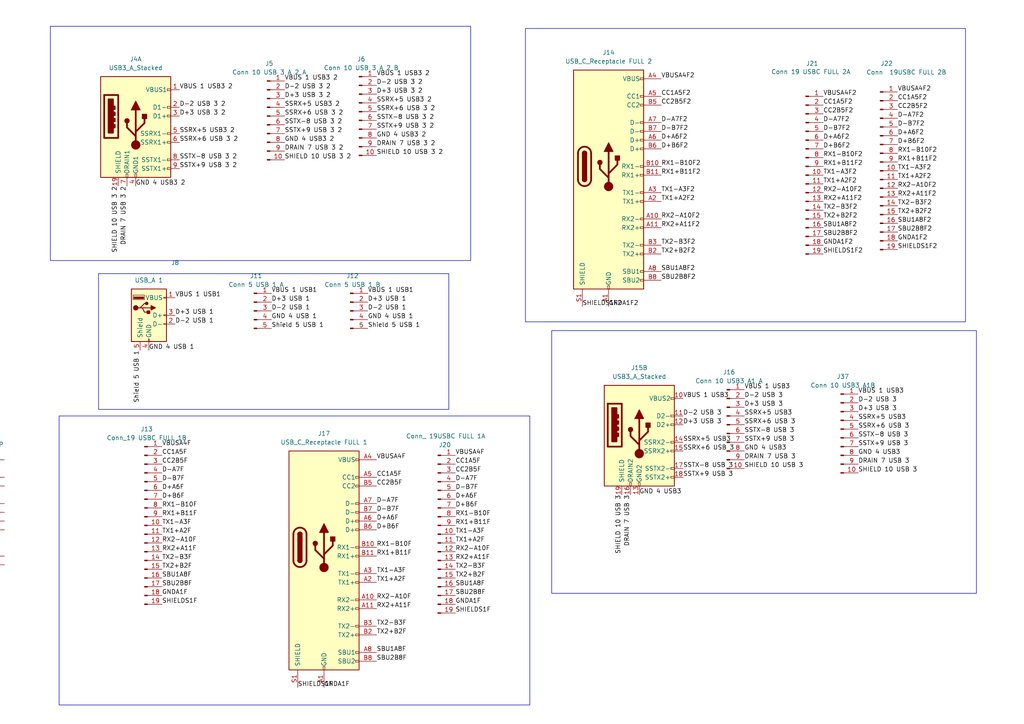
<source format=kicad_sch>
(kicad_sch (version 20250114) (generator "eeschema") (generator_version "9.0")
  (paper "A4")
  (lib_symbols
    (symbol "Connector:Conn_01x05_Pin" (pin_names (offset 1.016) (hide yes))
      (property "Reference" "J" (at 0 7.62 0))
      (property "Value" "Conn_01x05_Pin" (at 0 -7.62 0))
      (symbol "Conn_01x05_Pin_1_1"
        (rectangle (start 0.8636 5.207) (end 0 4.953) (stroke (width 0.1524)) (fill (type outline)))
        (rectangle (start 0.8636 2.667) (end 0 2.413) (stroke (width 0.1524)) (fill (type outline)))
        (rectangle (start 0.8636 0.127) (end 0 -0.127) (stroke (width 0.1524)) (fill (type outline)))
        (rectangle (start 0.8636 -2.413) (end 0 -2.667) (stroke (width 0.1524)) (fill (type outline)))
        (rectangle (start 0.8636 -4.953) (end 0 -5.207) (stroke (width 0.1524)) (fill (type outline)))
        (polyline (pts (xy 1.27 5.08) (xy 0.8636 5.08)) (stroke (width 0.1524)))
        (polyline (pts (xy 1.27 2.54) (xy 0.8636 2.54)) (stroke (width 0.1524)))
        (polyline (pts (xy 1.27 0) (xy 0.8636 0)) (stroke (width 0.1524)))
        (polyline (pts (xy 1.27 -2.54) (xy 0.8636 -2.54)) (stroke (width 0.1524)))
        (polyline (pts (xy 1.27 -5.08) (xy 0.8636 -5.08)) (stroke (width 0.1524)))
        (pin passive line (at 5.08 5.08 180) (length 3.81) (name "Pin_1") (number "1"))
        (pin passive line (at 5.08 2.54 180) (length 3.81) (name "Pin_2") (number "2"))
        (pin passive line (at 5.08 0 180) (length 3.81) (name "Pin_3") (number "3"))
        (pin passive line (at 5.08 -2.54 180) (length 3.81) (name "Pin_4") (number "4"))
        (pin passive line (at 5.08 -5.08 180) (length 3.81) (name "Pin_5") (number "5"))
      )
    )
    (symbol "Connector:Conn_01x10_Pin" (pin_names (offset 1.016) (hide yes))
      (property "Reference" "J" (at 0 12.7 0))
      (property "Value" "Conn_01x10_Pin" (at 0 -15.24 0))
      (symbol "Conn_01x10_Pin_1_1"
        (rectangle (start 0.8636 10.287) (end 0 10.033) (stroke (width 0.1524)) (fill (type outline)))
        (rectangle (start 0.8636 7.747) (end 0 7.493) (stroke (width 0.1524)) (fill (type outline)))
        (rectangle (start 0.8636 5.207) (end 0 4.953) (stroke (width 0.1524)) (fill (type outline)))
        (rectangle (start 0.8636 2.667) (end 0 2.413) (stroke (width 0.1524)) (fill (type outline)))
        (rectangle (start 0.8636 0.127) (end 0 -0.127) (stroke (width 0.1524)) (fill (type outline)))
        (rectangle (start 0.8636 -2.413) (end 0 -2.667) (stroke (width 0.1524)) (fill (type outline)))
        (rectangle (start 0.8636 -4.953) (end 0 -5.207) (stroke (width 0.1524)) (fill (type outline)))
        (rectangle (start 0.8636 -7.493) (end 0 -7.747) (stroke (width 0.1524)) (fill (type outline)))
        (rectangle (start 0.8636 -10.033) (end 0 -10.287) (stroke (width 0.1524)) (fill (type outline)))
        (rectangle (start 0.8636 -12.573) (end 0 -12.827) (stroke (width 0.1524)) (fill (type outline)))
        (polyline (pts (xy 1.27 10.16) (xy 0.8636 10.16)) (stroke (width 0.1524)))
        (polyline (pts (xy 1.27 7.62) (xy 0.8636 7.62)) (stroke (width 0.1524)))
        (polyline (pts (xy 1.27 5.08) (xy 0.8636 5.08)) (stroke (width 0.1524)))
        (polyline (pts (xy 1.27 2.54) (xy 0.8636 2.54)) (stroke (width 0.1524)))
        (polyline (pts (xy 1.27 0) (xy 0.8636 0)) (stroke (width 0.1524)))
        (polyline (pts (xy 1.27 -2.54) (xy 0.8636 -2.54)) (stroke (width 0.1524)))
        (polyline (pts (xy 1.27 -5.08) (xy 0.8636 -5.08)) (stroke (width 0.1524)))
        (polyline (pts (xy 1.27 -7.62) (xy 0.8636 -7.62)) (stroke (width 0.1524)))
        (polyline (pts (xy 1.27 -10.16) (xy 0.8636 -10.16)) (stroke (width 0.1524)))
        (polyline (pts (xy 1.27 -12.7) (xy 0.8636 -12.7)) (stroke (width 0.1524)))
        (pin passive line (at 5.08 10.16 180) (length 3.81) (name "Pin_1") (number "1"))
        (pin passive line (at 5.08 7.62 180) (length 3.81) (name "Pin_2") (number "2"))
        (pin passive line (at 5.08 5.08 180) (length 3.81) (name "Pin_3") (number "3"))
        (pin passive line (at 5.08 2.54 180) (length 3.81) (name "Pin_4") (number "4"))
        (pin passive line (at 5.08 0 180) (length 3.81) (name "Pin_5") (number "5"))
        (pin passive line (at 5.08 -2.54 180) (length 3.81) (name "Pin_6") (number "6"))
        (pin passive line (at 5.08 -5.08 180) (length 3.81) (name "Pin_7") (number "7"))
        (pin passive line (at 5.08 -7.62 180) (length 3.81) (name "Pin_8") (number "8"))
        (pin passive line (at 5.08 -10.16 180) (length 3.81) (name "Pin_9") (number "9"))
        (pin passive line (at 5.08 -12.7 180) (length 3.81) (name "Pin_10") (number "10"))
      )
    )
    (symbol "Connector:Conn_01x19_Pin" (pin_names (offset 1.016) (hide yes))
      (property "Reference" "J" (at 0 25.4 0))
      (property "Value" "Conn_01x19_Pin" (at 0 -25.4 0))
      (symbol "Conn_01x19_Pin_1_1"
        (rectangle (start 0.8636 22.987) (end 0 22.733) (stroke (width 0.1524)) (fill (type outline)))
        (rectangle (start 0.8636 20.447) (end 0 20.193) (stroke (width 0.1524)) (fill (type outline)))
        (rectangle (start 0.8636 17.907) (end 0 17.653) (stroke (width 0.1524)) (fill (type outline)))
        (rectangle (start 0.8636 15.367) (end 0 15.113) (stroke (width 0.1524)) (fill (type outline)))
        (rectangle (start 0.8636 12.827) (end 0 12.573) (stroke (width 0.1524)) (fill (type outline)))
        (rectangle (start 0.8636 10.287) (end 0 10.033) (stroke (width 0.1524)) (fill (type outline)))
        (rectangle (start 0.8636 7.747) (end 0 7.493) (stroke (width 0.1524)) (fill (type outline)))
        (rectangle (start 0.8636 5.207) (end 0 4.953) (stroke (width 0.1524)) (fill (type outline)))
        (rectangle (start 0.8636 2.667) (end 0 2.413) (stroke (width 0.1524)) (fill (type outline)))
        (rectangle (start 0.8636 0.127) (end 0 -0.127) (stroke (width 0.1524)) (fill (type outline)))
        (rectangle (start 0.8636 -2.413) (end 0 -2.667) (stroke (width 0.1524)) (fill (type outline)))
        (rectangle (start 0.8636 -4.953) (end 0 -5.207) (stroke (width 0.1524)) (fill (type outline)))
        (rectangle (start 0.8636 -7.493) (end 0 -7.747) (stroke (width 0.1524)) (fill (type outline)))
        (rectangle (start 0.8636 -10.033) (end 0 -10.287) (stroke (width 0.1524)) (fill (type outline)))
        (rectangle (start 0.8636 -12.573) (end 0 -12.827) (stroke (width 0.1524)) (fill (type outline)))
        (rectangle (start 0.8636 -15.113) (end 0 -15.367) (stroke (width 0.1524)) (fill (type outline)))
        (rectangle (start 0.8636 -17.653) (end 0 -17.907) (stroke (width 0.1524)) (fill (type outline)))
        (rectangle (start 0.8636 -20.193) (end 0 -20.447) (stroke (width 0.1524)) (fill (type outline)))
        (rectangle (start 0.8636 -22.733) (end 0 -22.987) (stroke (width 0.1524)) (fill (type outline)))
        (polyline (pts (xy 1.27 22.86) (xy 0.8636 22.86)) (stroke (width 0.1524)))
        (polyline (pts (xy 1.27 20.32) (xy 0.8636 20.32)) (stroke (width 0.1524)))
        (polyline (pts (xy 1.27 17.78) (xy 0.8636 17.78)) (stroke (width 0.1524)))
        (polyline (pts (xy 1.27 15.24) (xy 0.8636 15.24)) (stroke (width 0.1524)))
        (polyline (pts (xy 1.27 12.7) (xy 0.8636 12.7)) (stroke (width 0.1524)))
        (polyline (pts (xy 1.27 10.16) (xy 0.8636 10.16)) (stroke (width 0.1524)))
        (polyline (pts (xy 1.27 7.62) (xy 0.8636 7.62)) (stroke (width 0.1524)))
        (polyline (pts (xy 1.27 5.08) (xy 0.8636 5.08)) (stroke (width 0.1524)))
        (polyline (pts (xy 1.27 2.54) (xy 0.8636 2.54)) (stroke (width 0.1524)))
        (polyline (pts (xy 1.27 0) (xy 0.8636 0)) (stroke (width 0.1524)))
        (polyline (pts (xy 1.27 -2.54) (xy 0.8636 -2.54)) (stroke (width 0.1524)))
        (polyline (pts (xy 1.27 -5.08) (xy 0.8636 -5.08)) (stroke (width 0.1524)))
        (polyline (pts (xy 1.27 -7.62) (xy 0.8636 -7.62)) (stroke (width 0.1524)))
        (polyline (pts (xy 1.27 -10.16) (xy 0.8636 -10.16)) (stroke (width 0.1524)))
        (polyline (pts (xy 1.27 -12.7) (xy 0.8636 -12.7)) (stroke (width 0.1524)))
        (polyline (pts (xy 1.27 -15.24) (xy 0.8636 -15.24)) (stroke (width 0.1524)))
        (polyline (pts (xy 1.27 -17.78) (xy 0.8636 -17.78)) (stroke (width 0.1524)))
        (polyline (pts (xy 1.27 -20.32) (xy 0.8636 -20.32)) (stroke (width 0.1524)))
        (polyline (pts (xy 1.27 -22.86) (xy 0.8636 -22.86)) (stroke (width 0.1524)))
        (pin passive line (at 5.08 22.86 180) (length 3.81) (name "Pin_1") (number "1"))
        (pin passive line (at 5.08 20.32 180) (length 3.81) (name "Pin_2") (number "2"))
        (pin passive line (at 5.08 17.78 180) (length 3.81) (name "Pin_3") (number "3"))
        (pin passive line (at 5.08 15.24 180) (length 3.81) (name "Pin_4") (number "4"))
        (pin passive line (at 5.08 12.7 180) (length 3.81) (name "Pin_5") (number "5"))
        (pin passive line (at 5.08 10.16 180) (length 3.81) (name "Pin_6") (number "6"))
        (pin passive line (at 5.08 7.62 180) (length 3.81) (name "Pin_7") (number "7"))
        (pin passive line (at 5.08 5.08 180) (length 3.81) (name "Pin_8") (number "8"))
        (pin passive line (at 5.08 2.54 180) (length 3.81) (name "Pin_9") (number "9"))
        (pin passive line (at 5.08 0 180) (length 3.81) (name "Pin_10") (number "10"))
        (pin passive line (at 5.08 -2.54 180) (length 3.81) (name "Pin_11") (number "11"))
        (pin passive line (at 5.08 -5.08 180) (length 3.81) (name "Pin_12") (number "12"))
        (pin passive line (at 5.08 -7.62 180) (length 3.81) (name "Pin_13") (number "13"))
        (pin passive line (at 5.08 -10.16 180) (length 3.81) (name "Pin_14") (number "14"))
        (pin passive line (at 5.08 -12.7 180) (length 3.81) (name "Pin_15") (number "15"))
        (pin passive line (at 5.08 -15.24 180) (length 3.81) (name "Pin_16") (number "16"))
        (pin passive line (at 5.08 -17.78 180) (length 3.81) (name "Pin_17") (number "17"))
        (pin passive line (at 5.08 -20.32 180) (length 3.81) (name "Pin_18") (number "18"))
        (pin passive line (at 5.08 -22.86 180) (length 3.81) (name "Pin_19") (number "19"))
      )
    )
    (symbol "Connector:USB3_A_Stacked" (pin_names (offset 1.016))
      (property "Reference" "J" (at -10.16 15.24 0))
      (property "Value" "USB3_A_Stacked" (at 10.16 15.24 0))
      (symbol "USB3_A_Stacked_0_0"
        (rectangle (start -9.144 8.636) (end -5.08 -3.81) (stroke (width 0.508)))
        (rectangle (start -7.874 7.366) (end -6.604 -2.286) (stroke (width 0.508)) (fill (type outline)))
        (rectangle (start -6.35 5.334) (end -6.096 4.572) (stroke (width 0.508)))
        (rectangle (start -6.35 3.556) (end -6.096 2.794) (stroke (width 0.508)))
        (rectangle (start -6.35 1.778) (end -6.096 1.016) (stroke (width 0.508)))
        (rectangle (start -6.35 0) (end -6.096 -0.762) (stroke (width 0.508)))
        (rectangle (start -2.794 -15.24) (end -2.286 -14.224))
        (rectangle (start -0.254 -15.24) (end 0.254 -14.224))
        (rectangle (start 10.16 10.414) (end 9.144 9.906))
        (rectangle (start 10.16 5.334) (end 9.144 4.826))
        (rectangle (start 10.16 2.794) (end 9.144 2.286))
        (rectangle (start 10.16 -2.286) (end 9.144 -2.794))
        (rectangle (start 10.16 -4.826) (end 9.144 -5.334))
        (rectangle (start 10.16 -9.906) (end 9.144 -10.414))
        (rectangle (start 10.16 -12.446) (end 9.144 -12.954))
      )
      (symbol "USB3_A_Stacked_0_1"
        (rectangle (start -10.16 13.97) (end 10.16 -15.24) (stroke (width 0.254)) (fill (type background)))
        (pin passive line (at -5.08 -17.78 90) (length 2.54) (name "SHIELD") (number "19"))
      )
      (symbol "USB3_A_Stacked_1_1"
        (circle (center -2.54 1.143) (radius 0.635) (stroke (width 0.254)) (fill (type outline)))
        (polyline (pts (xy -1.27 4.318) (xy 0 6.858) (xy 1.27 4.318) (xy -1.27 4.318)) (stroke (width 0.254)) (fill (type outline)))
        (polyline (pts (xy 0 -2.032) (xy 2.54 0.508) (xy 2.54 1.778)) (stroke (width 0.508)))
        (polyline (pts (xy 0 -3.302) (xy -2.54 -0.762) (xy -2.54 0.508)) (stroke (width 0.508)))
        (polyline (pts (xy 0 -5.842) (xy 0 4.318)) (stroke (width 0.508)))
        (circle (center 0 -5.842) (radius 1.27) (fill (type outline)))
        (rectangle (start 1.905 1.778) (end 3.175 3.048) (stroke (width 0.254)) (fill (type outline)))
        (pin passive line (at -2.54 -17.78 90) (length 2.54) (name "DRAIN1") (number "7"))
        (pin power_in line (at 0 -17.78 90) (length 2.54) (name "GND1") (number "4"))
        (pin power_in line (at 12.7 10.16 180) (length 2.54) (name "VBUS1") (number "1"))
        (pin bidirectional line (at 12.7 5.08 180) (length 2.54) (name "D1-") (number "2"))
        (pin bidirectional line (at 12.7 2.54 180) (length 2.54) (name "D1+") (number "3"))
        (pin output line (at 12.7 -2.54 180) (length 2.54) (name "SSRX1-") (number "5"))
        (pin output line (at 12.7 -5.08 180) (length 2.54) (name "SSRX1+") (number "6"))
        (pin input line (at 12.7 -10.16 180) (length 2.54) (name "SSTX1-") (number "8"))
        (pin input line (at 12.7 -12.7 180) (length 2.54) (name "SSTX1+") (number "9"))
      )
      (symbol "USB3_A_Stacked_2_1"
        (circle (center -2.54 1.143) (radius 0.635) (stroke (width 0.254)) (fill (type outline)))
        (polyline (pts (xy -1.27 4.318) (xy 0 6.858) (xy 1.27 4.318) (xy -1.27 4.318)) (stroke (width 0.254)) (fill (type outline)))
        (polyline (pts (xy 0 -2.032) (xy 2.54 0.508) (xy 2.54 1.778)) (stroke (width 0.508)))
        (polyline (pts (xy 0 -3.302) (xy -2.54 -0.762) (xy -2.54 0.508)) (stroke (width 0.508)))
        (polyline (pts (xy 0 -5.842) (xy 0 4.318)) (stroke (width 0.508)))
        (circle (center 0 -5.842) (radius 1.27) (fill (type outline)))
        (rectangle (start 1.905 1.778) (end 3.175 3.048) (stroke (width 0.254)) (fill (type outline)))
        (pin passive line (at -2.54 -17.78 90) (length 2.54) (name "DRAIN2") (number "16"))
        (pin power_in line (at 0 -17.78 90) (length 2.54) (name "GND2") (number "13"))
        (pin power_in line (at 12.7 10.16 180) (length 2.54) (name "VBUS2") (number "10"))
        (pin bidirectional line (at 12.7 5.08 180) (length 2.54) (name "D2-") (number "11"))
        (pin bidirectional line (at 12.7 2.54 180) (length 2.54) (name "D2+") (number "12"))
        (pin output line (at 12.7 -2.54 180) (length 2.54) (name "SSRX2-") (number "14"))
        (pin output line (at 12.7 -5.08 180) (length 2.54) (name "SSRX2+") (number "15"))
        (pin input line (at 12.7 -10.16 180) (length 2.54) (name "SSTX2-") (number "17"))
        (pin input line (at 12.7 -12.7 180) (length 2.54) (name "SSTX2+") (number "18"))
      )
    )
    (symbol "Connector:USB_A" (pin_names (offset 1.016))
      (property "Reference" "J" (at -5.08 11.43 0))
      (property "Value" "USB_A" (at -5.08 8.89 0))
      (symbol "USB_A_0_1"
        (rectangle (start -5.08 -7.62) (end 5.08 7.62) (stroke (width 0.254)) (fill (type background)))
        (circle (center -3.81 2.159) (radius 0.635) (stroke (width 0.254)) (fill (type outline)))
        (polyline (pts (xy -3.175 2.159) (xy -2.54 2.159) (xy -1.27 3.429) (xy -0.635 3.429)) (stroke (width 0.254)))
        (polyline (pts (xy -2.54 2.159) (xy -1.905 2.159) (xy -1.27 0.889) (xy 0 0.889)) (stroke (width 0.254)))
        (rectangle (start -1.524 4.826) (end -4.318 5.334) (fill (type outline)))
        (rectangle (start -1.27 4.572) (end -4.572 5.842))
        (circle (center -0.635 3.429) (radius 0.381) (stroke (width 0.254)) (fill (type outline)))
        (rectangle (start -0.127 -7.62) (end 0.127 -6.858))
        (rectangle (start 0.254 1.27) (end -0.508 0.508) (stroke (width 0.254)) (fill (type outline)))
        (polyline (pts (xy 0.635 2.794) (xy 0.635 1.524) (xy 1.905 2.159) (xy 0.635 2.794)) (stroke (width 0.254)) (fill (type outline)))
        (rectangle (start 5.08 4.953) (end 4.318 5.207))
        (rectangle (start 5.08 -0.127) (end 4.318 0.127))
        (rectangle (start 5.08 -2.667) (end 4.318 -2.413))
      )
      (symbol "USB_A_1_1"
        (polyline (pts (xy -1.905 2.159) (xy 0.635 2.159)) (stroke (width 0.254)))
        (pin passive line (at -2.54 -10.16 90) (length 2.54) (name "Shield") (number "5"))
        (pin power_in line (at 0 -10.16 90) (length 2.54) (name "GND") (number "4"))
        (pin power_in line (at 7.62 5.08 180) (length 2.54) (name "VBUS") (number "1"))
        (pin bidirectional line (at 7.62 0 180) (length 2.54) (name "D+") (number "3"))
        (pin bidirectional line (at 7.62 -2.54 180) (length 2.54) (name "D-") (number "2"))
      )
    )
    (symbol "Connector:USB_C_Receptacle" (pin_names (offset 1.016))
      (property "Reference" "J" (at -10.16 29.21 0))
      (property "Value" "USB_C_Receptacle" (at 10.16 29.21 0))
      (symbol "USB_C_Receptacle_0_0"
        (rectangle (start -0.254 -35.56) (end 0.254 -34.544))
        (rectangle (start 10.16 25.654) (end 9.144 25.146))
        (rectangle (start 10.16 20.574) (end 9.144 20.066))
        (rectangle (start 10.16 18.034) (end 9.144 17.526))
        (rectangle (start 10.16 12.954) (end 9.144 12.446))
        (rectangle (start 10.16 10.414) (end 9.144 9.906))
        (rectangle (start 10.16 7.874) (end 9.144 7.366))
        (rectangle (start 10.16 5.334) (end 9.144 4.826))
        (rectangle (start 10.16 0.254) (end 9.144 -0.254))
        (rectangle (start 10.16 -2.286) (end 9.144 -2.794))
        (rectangle (start 10.16 -7.366) (end 9.144 -7.874))
        (rectangle (start 10.16 -9.906) (end 9.144 -10.414))
        (rectangle (start 10.16 -14.986) (end 9.144 -15.494))
        (rectangle (start 10.16 -17.526) (end 9.144 -18.034))
        (rectangle (start 10.16 -22.606) (end 9.144 -23.114))
        (rectangle (start 10.16 -25.146) (end 9.144 -25.654))
        (rectangle (start 10.16 -30.226) (end 9.144 -30.734))
        (rectangle (start 10.16 -32.766) (end 9.144 -33.274))
      )
      (symbol "USB_C_Receptacle_0_1"
        (rectangle (start -10.16 27.94) (end 10.16 -35.56) (stroke (width 0.254)) (fill (type background)))
        (polyline (pts (xy -8.89 -3.81) (xy -8.89 3.81)) (stroke (width 0.508)))
        (rectangle (start -7.62 -3.81) (end -6.35 3.81) (stroke (width 0.254)) (fill (type outline)))
        (arc (start -7.62 3.81) (mid -6.985 4.4423) (end -6.35 3.81) (stroke (width 0.254)))
        (arc (start -7.62 3.81) (mid -6.985 4.4423) (end -6.35 3.81) (stroke (width 0.254)) (fill (type outline)))
        (arc (start -8.89 3.81) (mid -6.985 5.7067) (end -5.08 3.81) (stroke (width 0.508)))
        (arc (start -5.08 -3.81) (mid -6.985 -5.7067) (end -8.89 -3.81) (stroke (width 0.508)))
        (arc (start -6.35 -3.81) (mid -6.985 -4.4423) (end -7.62 -3.81) (stroke (width 0.254)))
        (arc (start -6.35 -3.81) (mid -6.985 -4.4423) (end -7.62 -3.81) (stroke (width 0.254)) (fill (type outline)))
        (polyline (pts (xy -5.08 3.81) (xy -5.08 -3.81)) (stroke (width 0.508)))
      )
      (symbol "USB_C_Receptacle_1_1"
        (circle (center -2.54 1.143) (radius 0.635) (stroke (width 0.254)) (fill (type outline)))
        (polyline (pts (xy -1.27 4.318) (xy 0 6.858) (xy 1.27 4.318) (xy -1.27 4.318)) (stroke (width 0.254)) (fill (type outline)))
        (polyline (pts (xy 0 -2.032) (xy 2.54 0.508) (xy 2.54 1.778)) (stroke (width 0.508)))
        (polyline (pts (xy 0 -3.302) (xy -2.54 -0.762) (xy -2.54 0.508)) (stroke (width 0.508)))
        (polyline (pts (xy 0 -5.842) (xy 0 4.318)) (stroke (width 0.508)))
        (circle (center 0 -5.842) (radius 1.27) (fill (type outline)))
        (rectangle (start 1.905 1.778) (end 3.175 3.048) (stroke (width 0.254)) (fill (type outline)))
        (pin passive line (at -7.62 -40.64 90) (length 5.08) (name "SHIELD") (number "S1"))
        (pin passive line (at 0 -40.64 90) (length 5.08) (name "GND") (number "A1"))
        (pin passive line (at 0 -40.64 90) (length 5.08) (hide yes) (name "GND") (number "A12"))
        (pin passive line (at 0 -40.64 90) (length 5.08) (hide yes) (name "GND") (number "B1"))
        (pin passive line (at 0 -40.64 90) (length 5.08) (hide yes) (name "GND") (number "B12"))
        (pin passive line (at 15.24 25.4 180) (length 5.08) (name "VBUS") (number "A4"))
        (pin passive line (at 15.24 25.4 180) (length 5.08) (hide yes) (name "VBUS") (number "A9"))
        (pin passive line (at 15.24 25.4 180) (length 5.08) (hide yes) (name "VBUS") (number "B4"))
        (pin passive line (at 15.24 25.4 180) (length 5.08) (hide yes) (name "VBUS") (number "B9"))
        (pin bidirectional line (at 15.24 20.32 180) (length 5.08) (name "CC1") (number "A5"))
        (pin bidirectional line (at 15.24 17.78 180) (length 5.08) (name "CC2") (number "B5"))
        (pin bidirectional line (at 15.24 12.7 180) (length 5.08) (name "D-") (number "A7"))
        (pin bidirectional line (at 15.24 10.16 180) (length 5.08) (name "D-") (number "B7"))
        (pin bidirectional line (at 15.24 7.62 180) (length 5.08) (name "D+") (number "A6"))
        (pin bidirectional line (at 15.24 5.08 180) (length 5.08) (name "D+") (number "B6"))
        (pin bidirectional line (at 15.24 0 180) (length 5.08) (name "RX1-") (number "B10"))
        (pin bidirectional line (at 15.24 -2.54 180) (length 5.08) (name "RX1+") (number "B11"))
        (pin bidirectional line (at 15.24 -7.62 180) (length 5.08) (name "TX1-") (number "A3"))
        (pin bidirectional line (at 15.24 -10.16 180) (length 5.08) (name "TX1+") (number "A2"))
        (pin bidirectional line (at 15.24 -15.24 180) (length 5.08) (name "RX2-") (number "A10"))
        (pin bidirectional line (at 15.24 -17.78 180) (length 5.08) (name "RX2+") (number "A11"))
        (pin bidirectional line (at 15.24 -22.86 180) (length 5.08) (name "TX2-") (number "B3"))
        (pin bidirectional line (at 15.24 -25.4 180) (length 5.08) (name "TX2+") (number "B2"))
        (pin bidirectional line (at 15.24 -30.48 180) (length 5.08) (name "SBU1") (number "A8"))
        (pin bidirectional line (at 15.24 -33.02 180) (length 5.08) (name "SBU2") (number "B8"))
      )
    )
    (symbol "Connector:USB_C_Receptacle_USB2.0_16P" (pin_names (offset 1.016))
      (property "Reference" "J" (at 0 22.225 0))
      (property "Value" "USB_C_Receptacle_USB2.0_16P" (at 0 19.685 0))
      (symbol "USB_C_Receptacle_USB2.0_16P_0_0"
        (rectangle (start -0.254 -17.78) (end 0.254 -16.764))
        (rectangle (start 10.16 15.494) (end 9.144 14.986))
        (rectangle (start 10.16 10.414) (end 9.144 9.906))
        (rectangle (start 10.16 7.874) (end 9.144 7.366))
        (rectangle (start 10.16 2.794) (end 9.144 2.286))
        (rectangle (start 10.16 0.254) (end 9.144 -0.254))
        (rectangle (start 10.16 -2.286) (end 9.144 -2.794))
        (rectangle (start 10.16 -4.826) (end 9.144 -5.334))
        (rectangle (start 10.16 -12.446) (end 9.144 -12.954))
        (rectangle (start 10.16 -14.986) (end 9.144 -15.494))
      )
      (symbol "USB_C_Receptacle_USB2.0_16P_0_1"
        (rectangle (start -10.16 17.78) (end 10.16 -17.78) (stroke (width 0.254)) (fill (type background)))
        (polyline (pts (xy -8.89 -3.81) (xy -8.89 3.81)) (stroke (width 0.508)))
        (rectangle (start -7.62 -3.81) (end -6.35 3.81) (stroke (width 0.254)) (fill (type outline)))
        (arc (start -7.62 3.81) (mid -6.985 4.4423) (end -6.35 3.81) (stroke (width 0.254)))
        (arc (start -7.62 3.81) (mid -6.985 4.4423) (end -6.35 3.81) (stroke (width 0.254)) (fill (type outline)))
        (arc (start -8.89 3.81) (mid -6.985 5.7067) (end -5.08 3.81) (stroke (width 0.508)))
        (arc (start -5.08 -3.81) (mid -6.985 -5.7067) (end -8.89 -3.81) (stroke (width 0.508)))
        (arc (start -6.35 -3.81) (mid -6.985 -4.4423) (end -7.62 -3.81) (stroke (width 0.254)))
        (arc (start -6.35 -3.81) (mid -6.985 -4.4423) (end -7.62 -3.81) (stroke (width 0.254)) (fill (type outline)))
        (polyline (pts (xy -5.08 3.81) (xy -5.08 -3.81)) (stroke (width 0.508)))
        (circle (center -2.54 1.143) (radius 0.635) (stroke (width 0.254)) (fill (type outline)))
        (polyline (pts (xy -1.27 4.318) (xy 0 6.858) (xy 1.27 4.318) (xy -1.27 4.318)) (stroke (width 0.254)) (fill (type outline)))
        (polyline (pts (xy 0 -2.032) (xy 2.54 0.508) (xy 2.54 1.778)) (stroke (width 0.508)))
        (polyline (pts (xy 0 -3.302) (xy -2.54 -0.762) (xy -2.54 0.508)) (stroke (width 0.508)))
        (polyline (pts (xy 0 -5.842) (xy 0 4.318)) (stroke (width 0.508)))
        (circle (center 0 -5.842) (radius 1.27) (fill (type outline)))
        (rectangle (start 1.905 1.778) (end 3.175 3.048) (stroke (width 0.254)) (fill (type outline)))
      )
      (symbol "USB_C_Receptacle_USB2.0_16P_1_1"
        (pin passive line (at -7.62 -22.86 90) (length 5.08) (name "SHIELD") (number "S1"))
        (pin passive line (at 0 -22.86 90) (length 5.08) (name "GND") (number "A1"))
        (pin passive line (at 0 -22.86 90) (length 5.08) (hide yes) (name "GND") (number "A12"))
        (pin passive line (at 0 -22.86 90) (length 5.08) (hide yes) (name "GND") (number "B1"))
        (pin passive line (at 0 -22.86 90) (length 5.08) (hide yes) (name "GND") (number "B12"))
        (pin passive line (at 15.24 15.24 180) (length 5.08) (name "VBUS") (number "A4"))
        (pin passive line (at 15.24 15.24 180) (length 5.08) (hide yes) (name "VBUS") (number "A9"))
        (pin passive line (at 15.24 15.24 180) (length 5.08) (hide yes) (name "VBUS") (number "B4"))
        (pin passive line (at 15.24 15.24 180) (length 5.08) (hide yes) (name "VBUS") (number "B9"))
        (pin bidirectional line (at 15.24 10.16 180) (length 5.08) (name "CC1") (number "A5"))
        (pin bidirectional line (at 15.24 7.62 180) (length 5.08) (name "CC2") (number "B5"))
        (pin bidirectional line (at 15.24 2.54 180) (length 5.08) (name "D-") (number "A7"))
        (pin bidirectional line (at 15.24 0 180) (length 5.08) (name "D-") (number "B7"))
        (pin bidirectional line (at 15.24 -2.54 180) (length 5.08) (name "D+") (number "A6"))
        (pin bidirectional line (at 15.24 -5.08 180) (length 5.08) (name "D+") (number "B6"))
        (pin bidirectional line (at 15.24 -12.7 180) (length 5.08) (name "SBU1") (number "A8"))
        (pin bidirectional line (at 15.24 -15.24 180) (length 5.08) (name "SBU2") (number "B8"))
      )
    )
  )
  (rectangle (start 28.575 79.375) (end 130.175 118.745))
  (rectangle (start 160.02 95.885) (end 283.21 172.085))
  (rectangle (start 14.605 7.62) (end 136.525 75.565))
  (rectangle (start 152.4 8.255) (end 280.035 93.345))
  (rectangle (start 17.145 120.65) (end 153.67 204.47))
  (label "D-B7F2" (at 238.76 38.1 0))
  (label "SSRX+5 USB3 2" (at 52.07 38.735 0))
  (label "D-2 USB 1" (at 106.68 90.17 0))
  (label "SSRX+6 USB 3" (at 198.12 130.81 0))
  (label "DRAIN 7 USB 3" (at 248.92 134.62 0))
  (label "D-A7F" (at 46.99 137.16 0))
  (label "RX1-B10F" (at 109.22 158.75 0))
  (label "CC2B5F2" (at 191.77 30.48 0))
  (label "SBU2B8F2" (at 238.76 68.58 0))
  (label "SBU2B8F2" (at 191.77 81.28 0))
  (label "D-A7F" (at 132.08 139.7 0))
  (label "SSTX-8 USB 3 2" (at 52.07 46.355 0))
  (label "TX1-A3F2" (at 238.76 50.8 0))
  (label "VBUSA4F2" (at 191.77 22.86 0))
  (label "SSTX-8 USB 3 2" (at 109.22 34.925 0))
  (label "D-2 USB 3" (at 215.9 115.57 0))
  (label "SSRX+6 USB 3" (at 248.92 124.46 0))
  (label "SSRX+5 USB3 2" (at 82.55 31.115 0))
  (label "D+3 USB 3 2" (at 52.07 33.655 0))
  (label "RX2-A10F" (at 46.99 157.48 0))
  (label "TX1-A3F2" (at 191.77 55.88 0))
  (label "SSTX+9 USB 3" (at 198.12 138.43 0))
  (label "D-2 USB 3" (at 248.92 116.84 0))
  (label "DRAIN 7 USB 3" (at 182.88 143.51 270))
  (label "SBU1A8F" (at 109.22 189.23 0))
  (label "SSTX-8 USB 3 2" (at 82.55 36.195 0))
  (label "VBUS 1 USB3 2" (at 82.55 23.495 0))
  (label "GND 4 USB3" (at 185.42 143.51 0))
  (label "SSRX+6 USB 3 2 " (at 52.07 41.275 0))
  (label "RX2-A10F2" (at 191.77 63.5 0))
  (label "GND 4 USB3" (at 215.9 130.81 0))
  (label "D-B7F" (at 46.99 139.7 0))
  (label "CC1A5F2" (at 191.77 27.94 0))
  (label "RX2+A11F2" (at 260.35 57.15 0))
  (label "SSRX+6 USB 3 2 " (at 82.55 33.655 0))
  (label "RX2-A10F" (at 132.08 160.02 0))
  (label "SSTX+9 USB 3" (at 215.9 128.27 0))
  (label "SBU1A8F" (at 46.99 167.64 0))
  (label "CC1A5F2" (at 260.35 29.21 0))
  (label "GND 4 USB3 2" (at 109.22 40.005 0))
  (label "SSRX+5 USB3" (at 248.92 121.92 0))
  (label "D-2 USB 1" (at 78.74 90.17 0))
  (label "TX2+B2F" (at 109.22 184.15 0))
  (label "VBUS 1 USB3" (at 198.12 115.57 0))
  (label "D+A6F" (at 46.99 142.24 0))
  (label "D+3 USB 1" (at 50.8 91.44 0))
  (label "RX1+B11F" (at 46.99 149.86 0))
  (label "RX2+A11F" (at 109.22 176.53 0))
  (label "RX1-B10F2" (at 238.76 45.72 0))
  (label "SSRX+6 USB 3" (at 215.9 123.19 0))
  (label "SHIELDS1F2" (at 238.76 73.66 0))
  (label "RX1+B11F" (at 109.22 161.29 0))
  (label "D+3 USB 3 2" (at 109.22 27.305 0))
  (label "GND 4 USB 1" (at 106.68 92.71 0))
  (label "TX1-A3F" (at 46.99 152.4 0))
  (label "D+A6F2" (at 238.76 40.64 0))
  (label "SBU2B8F" (at 46.99 170.18 0))
  (label "SHIELDS1F" (at 46.99 175.26 0))
  (label "RX1-B10F" (at 46.99 147.32 0))
  (label "SHIELD 10 USB 3 2" (at 82.55 46.355 0))
  (label "D-2 USB 3 2" (at 82.55 26.035 0))
  (label "SHIELD 10 USB 3" (at 248.92 137.16 0))
  (label "D+B6F" (at 132.08 147.32 0))
  (label "SHIELDS1F" (at 132.08 177.8 0))
  (label "TX1+A2F" (at 132.08 157.48 0))
  (label "SSRX+6 USB 3 2 " (at 109.22 32.385 0))
  (label "GNDA1F2" (at 176.53 88.9 0))
  (label "TX2-B3F" (at 132.08 165.1 0))
  (label "GND 4 USB3 2" (at 39.37 53.975 0))
  (label "D-B7F2" (at 191.77 38.1 0))
  (label "SBU1A8F" (at 132.08 170.18 0))
  (label "TX1+A2F" (at 109.22 168.91 0))
  (label "CC2B5F" (at 46.99 134.62 0))
  (label "TX2+B2F2" (at 260.35 62.23 0))
  (label "VBUSA4F" (at 132.08 132.08 0))
  (label "Shield 5 USB 1" (at 106.68 95.25 0))
  (label "D-A7F2" (at 191.77 35.56 0))
  (label "RX1-B10F2" (at 260.35 44.45 0))
  (label "SBU2B8F" (at 132.08 172.72 0))
  (label "RX2-A10F2" (at 260.35 54.61 0))
  (label "TX2-B3F2" (at 191.77 71.12 0))
  (label "DRAIN 7 USB 3" (at 215.9 133.35 0))
  (label "TX1-A3F" (at 132.08 154.94 0))
  (label "D-B7F" (at 109.22 148.59 0))
  (label "CC1A5F" (at 132.08 134.62 0))
  (label "CC1A5F2" (at 238.76 30.48 0))
  (label "D+3 USB 3 2" (at 82.55 28.575 0))
  (label "VBUSA4F" (at 109.22 133.35 0))
  (label "RX1+B11F" (at 132.08 152.4 0))
  (label "SHIELD 10 USB 3 2" (at 34.29 53.975 270))
  (label "VBUS 1 USB3" (at 248.92 114.3 0))
  (label "SSTX+9 USB 3 2" (at 109.22 37.465 0))
  (label "TX1-A3F" (at 109.22 166.37 0))
  (label "SSRX+5 USB3" (at 215.9 120.65 0))
  (label "CC2B5F2" (at 260.35 31.75 0))
  (label "VBUS 1 USB1" (at 50.8 86.36 0))
  (label "SSTX+9 USB 3 2" (at 82.55 38.735 0))
  (label "SHIELD 10 USB 3 2" (at 109.22 45.085 0))
  (label "VBUS 1 USB1" (at 78.74 85.09 0))
  (label "VBUSA4F2" (at 260.35 26.67 0))
  (label "SHIELDS1F2" (at 260.35 72.39 0))
  (label "CC1A5F" (at 46.99 132.08 0))
  (label "D+3 USB 1" (at 78.74 87.63 0))
  (label "GND 4 USB3 2" (at 82.55 41.275 0))
  (label "SHIELD 10 USB 3" (at 215.9 135.89 0))
  (label "D-B7F" (at 132.08 142.24 0))
  (label "D+B6F" (at 46.99 144.78 0))
  (label "D-A7F2" (at 238.76 35.56 0))
  (label "DRAIN 7 USB 3 2" (at 82.55 43.815 0))
  (label "DRAIN 7 USB 3 2" (at 36.83 53.975 270))
  (label "VBUS 1 USB3" (at 215.9 113.03 0))
  (label "SSTX-8 USB 3" (at 198.12 135.89 0))
  (label "SSTX-8 USB 3" (at 248.92 127 0))
  (label "VBUS 1 USB3 2" (at 52.07 26.035 0))
  (label "CC2B5F2" (at 238.76 33.02 0))
  (label "Shield 5 USB 1" (at 78.74 95.25 0))
  (label "TX2+B2F" (at 46.99 165.1 0))
  (label "CC2B5F" (at 132.08 137.16 0))
  (label "D-2 USB 3 2" (at 52.07 31.115 0))
  (label "GND 4 USB 1" (at 43.18 101.6 0))
  (label "D+3 USB 3" (at 215.9 118.11 0))
  (label "TX2-B3F2" (at 260.35 59.69 0))
  (label "SHIELDS1F2" (at 168.91 88.9 0))
  (label "RX1-B10F" (at 132.08 149.86 0))
  (label "TX1-A3F2" (at 260.35 49.53 0))
  (label "D+B6F2" (at 260.35 41.91 0))
  (label "TX2+B2F2" (at 238.76 63.5 0))
  (label "VBUS 1 USB3 2" (at 109.22 22.225 0))
  (label "RX1+B11F2" (at 260.35 46.99 0))
  (label "GND 4 USB3" (at 248.92 132.08 0))
  (label "RX1+B11F2" (at 238.76 48.26 0))
  (label "D+A6F2" (at 260.35 39.37 0))
  (label "Shield 5 USB 1" (at 40.64 101.6 270))
  (label "CC2B5F" (at 109.22 140.97 0))
  (label "TX1+A2F2" (at 238.76 53.34 0))
  (label "SHIELDS1F" (at 86.36 199.39 0))
  (label "CC1A5F" (at 109.22 138.43 0))
  (label "GNDA1F" (at 46.99 172.72 0))
  (label "SHIELD 10 USB 3" (at 180.34 143.51 270))
  (label "SBU1A8F2" (at 260.35 64.77 0))
  (label "RX2+A11F" (at 46.99 160.02 0))
  (label "TX1+A2F" (at 46.99 154.94 0))
  (label "GNDA1F2" (at 238.76 71.12 0))
  (label "VBUS 1 USB1" (at 106.68 85.09 0))
  (label "SSTX+9 USB 3" (at 248.92 129.54 0))
  (label "TX2+B2F" (at 132.08 167.64 0))
  (label "D+A6F" (at 132.08 144.78 0))
  (label "GNDA1F2" (at 260.35 69.85 0))
  (label "GNDA1F" (at 93.98 199.39 0))
  (label "GNDA1F" (at 132.08 175.26 0))
  (label "D+3 USB 1" (at 106.68 87.63 0))
  (label "D+A6F" (at 109.22 151.13 0))
  (label "RX2-A10F2" (at 238.76 55.88 0))
  (label "SSRX+5 USB3" (at 198.12 128.27 0))
  (label "D-2 USB 1" (at 50.8 93.98 0))
  (label "SBU1A8F2" (at 191.77 78.74 0))
  (label "D-A7F" (at 109.22 146.05 0))
  (label "TX2-B3F" (at 109.22 181.61 0))
  (label "TX2-B3F" (at 46.99 162.56 0))
  (label "SBU2B8F" (at 109.22 191.77 0))
  (label "TX1+A2F2" (at 260.35 52.07 0))
  (label "D-2 USB 3" (at 198.12 120.65 0))
  (label "D+B6F" (at 109.22 153.67 0))
  (label "RX2-A10F" (at 109.22 173.99 0))
  (label "D-2 USB 3 2" (at 109.22 24.765 0))
  (label "RX2+A11F2" (at 238.76 58.42 0))
  (label "RX2+A11F2" (at 191.77 66.04 0))
  (label "RX2+A11F" (at 132.08 162.56 0))
  (label "RX1-B10F2" (at 191.77 48.26 0))
  (label "D+3 USB 3" (at 198.12 123.19 0))
  (label "SBU1A8F2" (at 238.76 66.04 0))
  (label "SBU2B8F2" (at 260.35 67.31 0))
  (label "SSTX-8 USB 3" (at 215.9 125.73 0))
  (label "VBUSA4F" (at 46.99 129.54 0))
  (label "TX1+A2F2" (at 191.77 58.42 0))
  (label "TX2+B2F2" (at 191.77 73.66 0))
  (label "D+B6F2" (at 191.77 43.18 0))
  (label "D+3 USB 3" (at 248.92 119.38 0))
  (label "SSTX+9 USB 3 2" (at 52.07 48.895 0))
  (label "D-B7F2" (at 260.35 36.83 0))
  (label "D-A7F2" (at 260.35 34.29 0))
  (label "TX2-B3F2" (at 238.76 60.96 0))
  (label "GND 4 USB 1" (at 78.74 92.71 0))
  (label "D+B6F2" (at 238.76 43.18 0))
  (label "VBUSA4F2" (at 238.76 27.94 0))
  (label "SSRX+5 USB3 2" (at 109.22 29.845 0))
  (label "D+A6F2" (at 191.77 40.64 0))
  (label "DRAIN 7 USB 3 2" (at 109.22 42.545 0))
  (label "RX1+B11F2" (at 191.77 50.8 0))
  (symbol (lib_id "Connector:USB_A") (at 43.18 91.44 0) (unit 1)
    (property "Reference" "J8" (at 50.8 76.2 0))
    (property "Value" "USB_A 1" (at 43.18 81.28 0))
    (property "Footprint" "Connector_USB:USB_A_CONNFLY_DS1095-WNR0" (effects (hide yes)))
    (property "Description" "USB Type A connector" (effects (hide yes)))
  )
  (symbol (lib_id "Connector:Conn_01x19_Pin") (at 255.27 49.53 0) (unit 1)
    (property "Reference" "J22" (at 257.175 18.415 0))
    (property "Value" "Conn  19USBC FULL 2B" (at 262.89 20.955 0))
    (property "Footprint" "Connector_PinHeader_2.54mm:PinHeader_1x19_P2.54mm_Vertical" (effects (hide yes)))
    (property "Description" "Generic connector, single row, 01x19, script generated" (effects (hide yes)))
  )
  (symbol (lib_id "Connector:Conn_01x10_Pin") (at 210.82 123.19 0) (unit 1)
    (property "Reference" "J16" (at 211.455 107.95 0))
    (property "Value" "Conn 10 USB3 A1 A" (at 211.455 110.49 0))
    (property "Footprint" "Connector_PinHeader_2.54mm:PinHeader_1x10_P2.54mm_Vertical" (effects (hide yes)))
    (property "Description" "Generic connector, single row, 01x10, script generated" (effects (hide yes)))
  )
  (symbol (lib_id "Connector:Conn_01x19_Pin") (at 233.68 50.8 0) (unit 1)
    (property "Reference" "J21" (at 235.585 18.415 0))
    (property "Value" "Conn 19 USBC FULL 2A" (at 235.204 20.828 0))
    (property "Footprint" "Connector_PinHeader_2.54mm:PinHeader_1x19_P2.54mm_Vertical" (effects (hide yes)))
    (property "Description" "Generic connector, single row, 01x19, script generated" (effects (hide yes)))
  )
  (symbol (lib_id "Connector:Conn_01x05_Pin") (at 73.66 90.17 0) (unit 1)
    (property "Reference" "J11" (at 74.295 80.01 0))
    (property "Value" "Conn 5 USB 1 A" (at 74.295 82.55 0))
    (property "Footprint" "Connector_PinHeader_2.54mm:PinHeader_1x05_P2.54mm_Vertical" (effects (hide yes)))
    (property "Description" "Generic connector, single row, 01x05, script generated" (effects (hide yes)))
  )
  (symbol (lib_id "Connector:USB3_A_Stacked") (at 39.37 36.195 0) (unit 1)
    (property "Reference" "J4" (at 39.37 17.145 0))
    (property "Value" "USB3_A_Stacked" (at 39.37 19.685 0))
    (property "Footprint" "Connector_USB:USB3_A_Molex_48406-0001_Horizontal_Stacked" (effects (hide yes)))
    (property "Description" "USB 3.0 A connector, stacked" (effects (hide yes)))
  )
  (symbol (lib_id "Connector:USB_C_Receptacle") (at 176.53 48.26 0) (unit 1)
    (property "Reference" "J14" (at 176.53 15.24 0))
    (property "Value" "USB_C_Receptacle FULL 2" (at 176.53 17.78 0))
    (property "Footprint" "Connector_USB:USB_C_Receptacle_Amphenol_12401548E4-2A" (effects (hide yes)))
    (property "Datasheet" "https://www.usb.org/sites/default/files/documents/usb_type-c.zip" (effects (hide yes)))
    (property "Description" "USB Full-Featured Type-C Receptacle connector" (effects (hide yes)))
  )
  (symbol (lib_id "Connector:Conn_01x10_Pin") (at 243.84 124.46 0) (unit 1)
    (property "Reference" "J37" (at 244.475 109.22 0))
    (property "Value" "Conn 10 USB3 A1B" (at 244.475 111.76 0))
    (property "Footprint" "Connector_PinHeader_2.54mm:PinHeader_1x10_P2.54mm_Vertical" (effects (hide yes)))
    (property "Description" "Generic connector, single row, 01x10, script generated" (effects (hide yes)))
  )
  (symbol (lib_id "Connector:Conn_01x10_Pin") (at 104.14 32.385 0) (unit 1)
    (property "Reference" "J6" (at 104.775 17.145 0))
    (property "Value" "Conn 10 USB 3 A 2 B" (at 104.775 19.685 0))
    (property "Footprint" "Connector_PinHeader_2.54mm:PinHeader_1x10_P2.54mm_Vertical" (effects (hide yes)))
    (property "Description" "Generic connector, single row, 01x10, script generated" (effects (hide yes)))
  )
  (symbol (lib_id "Connector:Conn_01x10_Pin") (at 77.47 33.655 0) (unit 1)
    (property "Reference" "J5" (at 78.105 18.415 0))
    (property "Value" "Conn 10 USB 3 A 2 A" (at 78.105 20.955 0))
    (property "Footprint" "Connector_PinHeader_2.54mm:PinHeader_1x10_P2.54mm_Vertical" (effects (hide yes)))
    (property "Description" "Generic connector, single row, 01x10, script generated" (effects (hide yes)))
  )
  (symbol (lib_id "Connector:Conn_01x19_Pin") (at 41.91 152.4 0) (unit 1)
    (property "Reference" "J13" (at 42.545 124.46 0))
    (property "Value" "Conn_19 USBC FULL 1B" (at 42.545 127 0))
    (property "Footprint" "Connector_PinHeader_2.54mm:PinHeader_1x19_P2.54mm_Vertical" (effects (hide yes)))
    (property "Description" "Generic connector, single row, 01x19, script generated" (effects (hide yes)))
  )
  (symbol (lib_id "Connector:Conn_01x19_Pin") (at 127 154.94 0) (unit 1)
    (property "Reference" "J20" (at 129.032 129.032 0))
    (property "Value" "Conn_ 19USBC FULL 1A" (at 129.286 126.492 0))
    (property "Footprint" "Connector_PinHeader_2.54mm:PinHeader_1x19_P2.54mm_Vertical" (effects (hide yes)))
    (property "Description" "Generic connector, single row, 01x19, script generated" (effects (hide yes)))
  )
  (symbol (lib_id "Connector:USB_C_Receptacle_USB2.0_16P") (at -13.97 148.59 0) (unit 1)
    (property "Reference" "J1" (at -13.97 126.365 0))
    (property "Value" "USB_C_Receptacle_USB2.0_16P" (at -13.97 128.905 0))
    (property "Datasheet" "https://www.usb.org/sites/default/files/documents/usb_type-c.zip" (effects (hide yes)))
    (property "Description" "USB 2.0-only 16P Type-C Receptacle connector" (effects (hide yes)))
  )
  (symbol (lib_id "Connector:Conn_01x05_Pin") (at 101.6 90.17 0) (unit 1)
    (property "Reference" "J12" (at 102.235 80.01 0))
    (property "Value" "Conn 5 USB 1 B" (at 102.235 82.55 0))
    (property "Footprint" "Connector_PinHeader_2.54mm:PinHeader_1x05_P2.54mm_Vertical" (effects (hide yes)))
    (property "Description" "Generic connector, single row, 01x05, script generated" (effects (hide yes)))
  )
  (symbol (lib_id "Connector:USB_C_Receptacle") (at 93.98 158.75 0) (unit 1)
    (property "Reference" "J17" (at 93.98 125.73 0))
    (property "Value" "USB_C_Receptacle FULL 1" (at 93.98 128.27 0))
    (property "Footprint" "Connector_USB:USB_C_Receptacle_Amphenol_12401548E4-2A" (effects (hide yes)))
    (property "Datasheet" "https://www.usb.org/sites/default/files/documents/usb_type-c.zip" (effects (hide yes)))
    (property "Description" "USB Full-Featured Type-C Receptacle connector" (effects (hide yes)))
  )
  (symbol (lib_id "Connector:USB3_A_Stacked") (at 185.42 125.73 0) (unit 2)
    (property "Reference" "J15" (at 185.42 106.68 0))
    (property "Value" "USB3_A_Stacked" (at 185.42 109.22 0))
    (property "Footprint" "Connector_USB:USB3_A_Molex_48406-0001_Horizontal_Stacked" (effects (hide yes)))
    (property "Description" "USB 3.0 A connector, stacked" (effects (hide yes)))
  )
)
</source>
